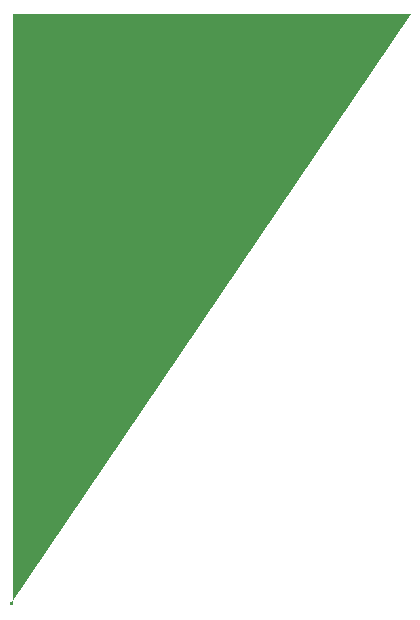
<source format=gbr>
%TF.GenerationSoftware,Altium Limited,Altium Designer,19.0.4 (130)*%
G04 Layer_Color=0*
%FSLAX26Y26*%
%MOIN*%
%TF.FileFunction,NonPlated,1,2,NPTH,Drill*%
%TF.Part,Single*%
G01*
G75*
G36*
D02*
X-1325000D01*
Y-1959094D01*
X-1335000D01*
Y-1969094D01*
D02*
G37*
G36*
D02*
X-1325000D01*
Y-1959094D01*
X-1335000D01*
Y-1969094D01*
D02*
G37*
%TF.MD5,cd165e5763d863fcb46ef45f54380ed0*%
M02*

</source>
